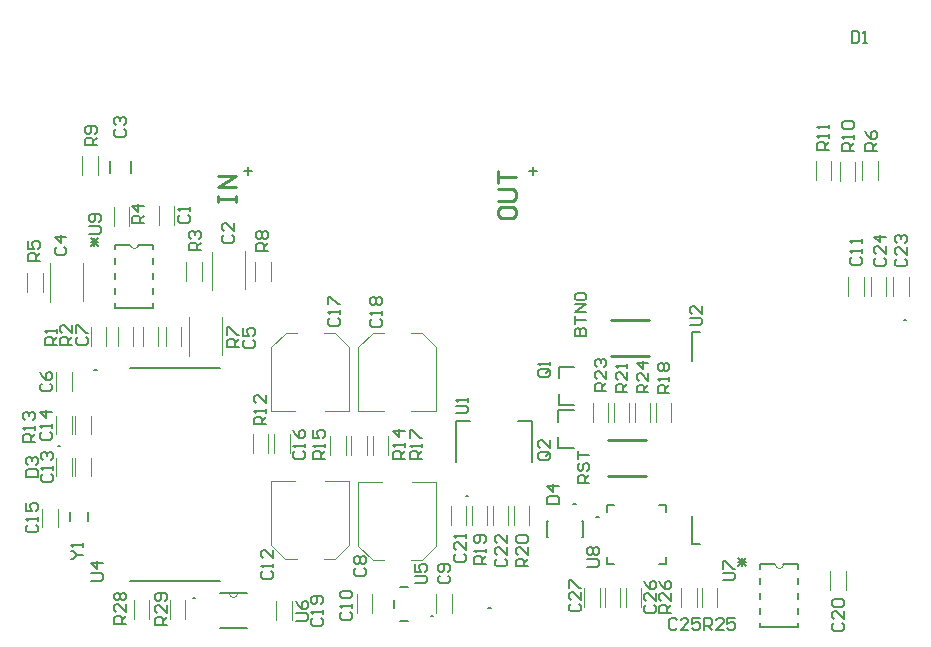
<source format=gto>
G04*
G04 #@! TF.GenerationSoftware,Altium Limited,Altium Designer,21.9.2 (33)*
G04*
G04 Layer_Color=65535*
%FSLAX25Y25*%
%MOIN*%
G70*
G04*
G04 #@! TF.SameCoordinates,E153DD42-8A7D-485B-B93F-EA924BBF0D18*
G04*
G04*
G04 #@! TF.FilePolarity,Positive*
G04*
G01*
G75*
%ADD10C,0.00394*%
%ADD11C,0.00787*%
%ADD12C,0.00472*%
%ADD13C,0.00000*%
%ADD14C,0.00394*%
%ADD15C,0.00500*%
%ADD16C,0.01000*%
%ADD17C,0.00600*%
%ADD18C,0.00984*%
%ADD19C,0.00610*%
%ADD20C,0.00606*%
D10*
X316142Y233189D02*
D03*
D11*
X184843Y36024D02*
X184055D01*
X184843D01*
X177339Y73390D02*
X176551D01*
X177339D01*
X41472Y89909D02*
X40684D01*
X41472D01*
X323425Y131890D02*
X322638D01*
X323425D01*
X220902Y66405D02*
X220114D01*
X220902D01*
X165782Y33166D02*
X164995D01*
X165782D01*
X53574Y115232D02*
X52787D01*
X53574D01*
X213250Y70468D02*
X212462D01*
X213250D01*
X86402Y39406D02*
X85614D01*
X86402D01*
D12*
X279800Y50500D02*
X280152Y49652D01*
X281000Y49300D01*
X281849Y49652D01*
X282200Y50500D01*
X64800Y157000D02*
X65152Y156151D01*
X66000Y155800D01*
X66848Y156151D01*
X67200Y157000D01*
D13*
X97800Y40900D02*
X98151Y40051D01*
X99000Y39700D01*
X99849Y40051D01*
X100200Y40900D01*
D14*
X91900Y141900D02*
Y154695D01*
X102900Y142105D02*
Y154900D01*
X293202Y178450D02*
Y184750D01*
X298398Y178450D02*
Y184750D01*
X301202Y178250D02*
Y184550D01*
X306398Y178250D02*
Y184550D01*
X308802Y178450D02*
Y184750D01*
X313998Y178450D02*
Y184750D01*
X304002Y140050D02*
Y146350D01*
X309198Y140050D02*
Y146350D01*
X39980Y79760D02*
Y86059D01*
X45177Y79760D02*
Y86059D01*
X145532Y52008D02*
X149300D01*
X140808Y56732D02*
X145532Y52008D01*
X162068D02*
X166792Y56732D01*
X158300Y52008D02*
X162068D01*
X140808Y56732D02*
Y77992D01*
X148800D01*
X158800D02*
X166792D01*
Y56732D02*
Y77992D01*
X145498Y34150D02*
Y40450D01*
X140302Y34150D02*
Y40450D01*
X303198Y42050D02*
Y48350D01*
X298002Y42050D02*
Y48350D01*
X112802Y87450D02*
Y93750D01*
X117998Y87450D02*
Y93750D01*
X137692Y56932D02*
Y78192D01*
X129700D02*
X137692D01*
X111708D02*
X119700D01*
X111708Y56932D02*
Y78192D01*
X129200Y52208D02*
X132968D01*
X137692Y56932D01*
X111708D02*
X116432Y52208D01*
X120200D01*
X158300Y101608D02*
X166792D01*
X140808D02*
Y122868D01*
Y101608D02*
X149300D01*
X166792D02*
Y122868D01*
X145532Y127592D02*
X149300D01*
X140808Y122868D02*
X145532Y127592D01*
X162068D02*
X166792Y122868D01*
X158300Y127592D02*
X162068D01*
X111808Y101608D02*
Y122868D01*
Y101608D02*
X119800D01*
X129800D02*
X137792D01*
Y122868D01*
X116532Y127592D02*
X120300D01*
X111808Y122868D02*
X116532Y127592D01*
X133068D02*
X137792Y122868D01*
X129300Y127592D02*
X133068D01*
X95426Y120205D02*
Y133000D01*
X84426Y120000D02*
Y132795D01*
X38000Y138000D02*
Y150795D01*
X49000Y138205D02*
Y151000D01*
X215980Y36260D02*
Y42559D01*
X221177Y36260D02*
Y42559D01*
X222902Y36350D02*
Y42650D01*
X228098Y36350D02*
Y42650D01*
X248402Y36350D02*
Y42650D01*
X253598Y36350D02*
Y42650D01*
X316798Y140050D02*
Y146350D01*
X311602Y140050D02*
Y146350D01*
X324198Y139850D02*
Y146150D01*
X319002Y139850D02*
Y146150D01*
X190798Y63650D02*
Y69950D01*
X185602Y63650D02*
Y69950D01*
X176798Y63650D02*
Y69950D01*
X171602Y63650D02*
Y69950D01*
X113402Y31850D02*
Y38150D01*
X118598Y31850D02*
Y38150D01*
X35480Y62760D02*
Y69059D01*
X40677Y62760D02*
Y69059D01*
X46480Y93760D02*
Y100059D01*
X51676Y93760D02*
Y100059D01*
X46480Y79760D02*
Y86059D01*
X51676Y79760D02*
Y86059D01*
X171998Y34150D02*
Y40450D01*
X166802Y34150D02*
Y40450D01*
X68928Y123350D02*
Y129650D01*
X74124Y123350D02*
Y129650D01*
X39980Y108260D02*
Y114559D01*
X45177Y108260D02*
Y114559D01*
X79398Y163650D02*
Y169950D01*
X74202Y163650D02*
Y169950D01*
X83098Y32350D02*
Y38650D01*
X77902Y32350D02*
Y38650D01*
X71098Y32350D02*
Y38650D01*
X65902Y32350D02*
Y38650D01*
X229902Y36350D02*
Y42650D01*
X235098Y36350D02*
Y42650D01*
X255202Y36250D02*
Y42550D01*
X260398Y36250D02*
Y42550D01*
X238098Y97850D02*
Y104150D01*
X232902Y97850D02*
Y104150D01*
X218902Y97850D02*
Y104150D01*
X224098Y97850D02*
Y104150D01*
X231098Y97850D02*
Y104150D01*
X225902Y97850D02*
Y104150D01*
X192602Y63650D02*
Y69950D01*
X197798Y63650D02*
Y69950D01*
X178602Y63650D02*
Y69950D01*
X183798Y63650D02*
Y69950D01*
X239902Y97850D02*
Y104150D01*
X245098Y97850D02*
Y104150D01*
X145602Y86850D02*
Y93150D01*
X150798Y86850D02*
Y93150D01*
X138402Y86850D02*
Y93150D01*
X143598Y86850D02*
Y93150D01*
X131402Y86850D02*
Y93150D01*
X136598Y86850D02*
Y93150D01*
X45177Y93760D02*
Y100059D01*
X39980Y93760D02*
Y100059D01*
X105602Y87450D02*
Y93750D01*
X110798Y87450D02*
Y93750D01*
X48702Y180299D02*
Y186598D01*
X53898Y180299D02*
Y186598D01*
X106402Y144850D02*
Y151150D01*
X111598Y144850D02*
Y151150D01*
X76528Y123350D02*
Y129650D01*
X81724Y123350D02*
Y129650D01*
X30402Y141350D02*
Y147650D01*
X35598Y141350D02*
Y147650D01*
X59202Y163350D02*
Y169650D01*
X64398Y163350D02*
Y169650D01*
X83402Y144850D02*
Y151150D01*
X88598Y144850D02*
Y151150D01*
X65724Y123350D02*
Y129650D01*
X60527Y123350D02*
Y129650D01*
X56724Y123350D02*
Y129650D01*
X51528Y123350D02*
Y129650D01*
D15*
X173205Y98390D02*
X178087D01*
X173205Y84610D02*
Y98390D01*
X198795Y84610D02*
Y98390D01*
X193913D02*
X198795D01*
X252165Y127953D02*
X254724D01*
X252165Y118307D02*
Y127953D01*
Y57087D02*
Y66732D01*
Y57087D02*
X254724D01*
X223657Y50657D02*
X226020D01*
X223657D02*
Y53020D01*
Y67980D02*
Y70342D01*
X226020D01*
X243342Y50657D02*
Y53020D01*
X240980Y50657D02*
X243342D01*
Y67980D02*
Y70342D01*
X240980D02*
X243342D01*
X154601Y43009D02*
X157199D01*
X152750Y35981D02*
Y38619D01*
X154601Y31591D02*
X157199D01*
X64618Y44780D02*
X94539D01*
X64618Y116039D02*
X94539D01*
X207441Y98059D02*
Y101839D01*
X212559D01*
X207441Y89161D02*
Y92941D01*
Y89161D02*
X212559D01*
X207583Y116276D02*
X212701D01*
X207583Y112496D02*
Y116276D01*
Y103598D02*
Y107378D01*
Y103598D02*
X212701D01*
X215584Y59444D02*
Y64956D01*
X203616Y59444D02*
Y64956D01*
X215191Y59444D02*
X215584D01*
X215191Y64956D02*
X215584D01*
X203616Y59444D02*
X204009D01*
X203616Y64956D02*
X204009D01*
X65143Y180953D02*
Y185047D01*
X58057Y180953D02*
Y185047D01*
X50531Y65031D02*
Y67787D01*
X44625Y65031D02*
Y67787D01*
D16*
X224000Y80000D02*
X236500D01*
X224000Y92000D02*
X236500D01*
X225000Y132000D02*
X237500D01*
X225000Y120000D02*
X237500D01*
D17*
X274569Y29500D02*
Y31000D01*
Y29500D02*
X287431D01*
X274569Y34000D02*
Y36000D01*
Y39000D02*
Y41000D01*
Y44000D02*
Y46000D01*
Y49000D02*
Y50500D01*
X279800D01*
X287431Y34000D02*
Y36000D01*
Y29500D02*
Y31000D01*
Y39000D02*
Y41000D01*
Y44000D02*
Y46000D01*
X282200Y50500D02*
X287431D01*
Y49000D02*
Y50500D01*
X59569Y150500D02*
Y152500D01*
Y155500D02*
Y157000D01*
X64800D01*
X67200D02*
X72431D01*
Y136000D02*
Y137500D01*
X59569Y136000D02*
X72431D01*
X59569Y145500D02*
Y147500D01*
Y140500D02*
Y142500D01*
Y136000D02*
Y137500D01*
X72431Y140500D02*
Y142500D01*
Y145500D02*
Y147500D01*
Y150500D02*
Y152500D01*
Y155500D02*
Y157000D01*
X94500Y29100D02*
X103500D01*
X100200Y40900D02*
X103500D01*
X97800D02*
X100200D01*
X94500D02*
X97800D01*
D18*
X94112Y171184D02*
Y173152D01*
Y172168D01*
X100016D01*
Y171184D01*
Y173152D01*
Y176104D02*
X94112D01*
X100016Y180040D01*
X94112D01*
X187312Y168736D02*
Y166768D01*
X188296Y165784D01*
X192232D01*
X193216Y166768D01*
Y168736D01*
X192232Y169720D01*
X188296D01*
X187312Y168736D01*
Y171688D02*
X192232D01*
X193216Y172672D01*
Y174640D01*
X192232Y175624D01*
X187312D01*
Y177591D02*
Y181527D01*
Y179559D01*
X193216D01*
D19*
X104078Y180210D02*
Y182834D01*
X102766Y181522D02*
X105390D01*
X198878Y180210D02*
Y182834D01*
X197566Y181522D02*
X200190D01*
X217790Y77610D02*
X213854D01*
Y79578D01*
X214510Y80234D01*
X215822D01*
X216478Y79578D01*
Y77610D01*
Y78922D02*
X217790Y80234D01*
X214510Y84170D02*
X213854Y83514D01*
Y82202D01*
X214510Y81546D01*
X215166D01*
X215822Y82202D01*
Y83514D01*
X216478Y84170D01*
X217134D01*
X217790Y83514D01*
Y82202D01*
X217134Y81546D01*
X213854Y85482D02*
Y88105D01*
Y86794D01*
X217790D01*
X212854Y126610D02*
X216790D01*
Y128578D01*
X216134Y129234D01*
X215478D01*
X214822Y128578D01*
Y126610D01*
Y128578D01*
X214166Y129234D01*
X213510D01*
X212854Y128578D01*
Y126610D01*
Y130546D02*
Y133170D01*
Y131858D01*
X216790D01*
Y134482D02*
X212854D01*
X216790Y137106D01*
X212854D01*
X213510Y138417D02*
X212854Y139073D01*
Y140385D01*
X213510Y141041D01*
X216134D01*
X216790Y140385D01*
Y139073D01*
X216134Y138417D01*
X213510D01*
X267400Y52680D02*
X270024Y50056D01*
X267400D02*
X270024Y52680D01*
X267400Y51368D02*
X270024D01*
X268712Y50056D02*
Y52680D01*
X51500Y159280D02*
X54124Y156656D01*
X51500D02*
X54124Y159280D01*
X51500Y157968D02*
X54124D01*
X52812Y156656D02*
Y159280D01*
X299488Y30976D02*
X298832Y30320D01*
Y29008D01*
X299488Y28352D01*
X302112D01*
X302768Y29008D01*
Y30320D01*
X302112Y30976D01*
X302768Y34912D02*
Y32288D01*
X300144Y34912D01*
X299488D01*
X298832Y34256D01*
Y32944D01*
X299488Y32288D01*
Y36224D02*
X298832Y36880D01*
Y38192D01*
X299488Y38848D01*
X302112D01*
X302768Y38192D01*
Y36880D01*
X302112Y36224D01*
X299488D01*
X203632Y70520D02*
X207568D01*
Y72488D01*
X206912Y73144D01*
X204288D01*
X203632Y72488D01*
Y70520D01*
X207568Y76424D02*
X203632D01*
X205600Y74456D01*
Y77080D01*
X251432Y130120D02*
X254712D01*
X255368Y130776D01*
Y132088D01*
X254712Y132744D01*
X251432D01*
X255368Y136680D02*
Y134056D01*
X252744Y136680D01*
X252088D01*
X251432Y136024D01*
Y134712D01*
X252088Y134056D01*
X145288Y132304D02*
X144632Y131648D01*
Y130336D01*
X145288Y129680D01*
X147912D01*
X148568Y130336D01*
Y131648D01*
X147912Y132304D01*
X148568Y133616D02*
Y134928D01*
Y134272D01*
X144632D01*
X145288Y133616D01*
Y136896D02*
X144632Y137552D01*
Y138864D01*
X145288Y139520D01*
X145944D01*
X146600Y138864D01*
X147256Y139520D01*
X147912D01*
X148568Y138864D01*
Y137552D01*
X147912Y136896D01*
X147256D01*
X146600Y137552D01*
X145944Y136896D01*
X145288D01*
X146600Y137552D02*
Y138864D01*
X131288Y132504D02*
X130632Y131848D01*
Y130536D01*
X131288Y129880D01*
X133912D01*
X134568Y130536D01*
Y131848D01*
X133912Y132504D01*
X134568Y133816D02*
Y135128D01*
Y134472D01*
X130632D01*
X131288Y133816D01*
X130632Y137096D02*
Y139720D01*
X131288D01*
X133912Y137096D01*
X134568D01*
X108888Y48104D02*
X108232Y47448D01*
Y46136D01*
X108888Y45480D01*
X111512D01*
X112168Y46136D01*
Y47448D01*
X111512Y48104D01*
X112168Y49416D02*
Y50728D01*
Y50072D01*
X108232D01*
X108888Y49416D01*
X112168Y55320D02*
Y52696D01*
X109544Y55320D01*
X108888D01*
X108232Y54664D01*
Y53352D01*
X108888Y52696D01*
X139888Y49144D02*
X139232Y48488D01*
Y47176D01*
X139888Y46520D01*
X142512D01*
X143168Y47176D01*
Y48488D01*
X142512Y49144D01*
X139888Y50456D02*
X139232Y51112D01*
Y52424D01*
X139888Y53080D01*
X140544D01*
X141200Y52424D01*
X141856Y53080D01*
X142512D01*
X143168Y52424D01*
Y51112D01*
X142512Y50456D01*
X141856D01*
X141200Y51112D01*
X140544Y50456D01*
X139888D01*
X141200Y51112D02*
Y52424D01*
X51032Y160520D02*
X54312D01*
X54968Y161176D01*
Y162488D01*
X54312Y163144D01*
X51032D01*
X54312Y164456D02*
X54968Y165112D01*
Y166424D01*
X54312Y167080D01*
X51688D01*
X51032Y166424D01*
Y165112D01*
X51688Y164456D01*
X52344D01*
X53000Y165112D01*
Y167080D01*
X76968Y30252D02*
X73032D01*
Y32220D01*
X73688Y32876D01*
X75000D01*
X75656Y32220D01*
Y30252D01*
Y31564D02*
X76968Y32876D01*
Y36812D02*
Y34188D01*
X74344Y36812D01*
X73688D01*
X73032Y36156D01*
Y34844D01*
X73688Y34188D01*
X76312Y38124D02*
X76968Y38780D01*
Y40092D01*
X76312Y40748D01*
X73688D01*
X73032Y40092D01*
Y38780D01*
X73688Y38124D01*
X74344D01*
X75000Y38780D01*
Y40748D01*
X45032Y52376D02*
X45688D01*
X47000Y53688D01*
X45688Y55000D01*
X45032D01*
X47000Y53688D02*
X48968D01*
Y56312D02*
Y57624D01*
Y56968D01*
X45032D01*
X45688Y56312D01*
X217032Y49720D02*
X220312D01*
X220968Y50376D01*
Y51688D01*
X220312Y52344D01*
X217032D01*
X217688Y53656D02*
X217032Y54312D01*
Y55624D01*
X217688Y56280D01*
X218344D01*
X219000Y55624D01*
X219656Y56280D01*
X220312D01*
X220968Y55624D01*
Y54312D01*
X220312Y53656D01*
X219656D01*
X219000Y54312D01*
X218344Y53656D01*
X217688D01*
X219000Y54312D02*
Y55624D01*
X262232Y45120D02*
X265512D01*
X266168Y45776D01*
Y47088D01*
X265512Y47744D01*
X262232D01*
Y49056D02*
Y51680D01*
X262888D01*
X265512Y49056D01*
X266168D01*
X120032Y31720D02*
X123312D01*
X123968Y32376D01*
Y33688D01*
X123312Y34344D01*
X120032D01*
Y38280D02*
X120688Y36968D01*
X122000Y35656D01*
X123312D01*
X123968Y36312D01*
Y37624D01*
X123312Y38280D01*
X122656D01*
X122000Y37624D01*
Y35656D01*
X159632Y44120D02*
X162912D01*
X163568Y44776D01*
Y46088D01*
X162912Y46744D01*
X159632D01*
Y50680D02*
Y48056D01*
X161600D01*
X160944Y49368D01*
Y50024D01*
X161600Y50680D01*
X162912D01*
X163568Y50024D01*
Y48712D01*
X162912Y48056D01*
X51832Y44920D02*
X55112D01*
X55768Y45576D01*
Y46888D01*
X55112Y47544D01*
X51832D01*
X55768Y50824D02*
X51832D01*
X53800Y48856D01*
Y51480D01*
X173232Y100776D02*
X176512D01*
X177168Y101432D01*
Y102744D01*
X176512Y103400D01*
X173232D01*
X177168Y104712D02*
Y106024D01*
Y105368D01*
X173232D01*
X173888Y104712D01*
X63168Y30552D02*
X59232D01*
Y32520D01*
X59888Y33176D01*
X61200D01*
X61856Y32520D01*
Y30552D01*
Y31864D02*
X63168Y33176D01*
Y37112D02*
Y34488D01*
X60544Y37112D01*
X59888D01*
X59232Y36456D01*
Y35144D01*
X59888Y34488D01*
Y38424D02*
X59232Y39080D01*
Y40392D01*
X59888Y41048D01*
X60544D01*
X61200Y40392D01*
X61856Y41048D01*
X62512D01*
X63168Y40392D01*
Y39080D01*
X62512Y38424D01*
X61856D01*
X61200Y39080D01*
X60544Y38424D01*
X59888D01*
X61200Y39080D02*
Y40392D01*
X244968Y34252D02*
X241032D01*
Y36220D01*
X241688Y36876D01*
X243000D01*
X243656Y36220D01*
Y34252D01*
Y35564D02*
X244968Y36876D01*
Y40812D02*
Y38188D01*
X242344Y40812D01*
X241688D01*
X241032Y40156D01*
Y38844D01*
X241688Y38188D01*
X241032Y44748D02*
X241688Y43436D01*
X243000Y42124D01*
X244312D01*
X244968Y42780D01*
Y44092D01*
X244312Y44748D01*
X243656D01*
X243000Y44092D01*
Y42124D01*
X255952Y28632D02*
Y32568D01*
X257920D01*
X258576Y31912D01*
Y30600D01*
X257920Y29944D01*
X255952D01*
X257264D02*
X258576Y28632D01*
X262512D02*
X259888D01*
X262512Y31256D01*
Y31912D01*
X261856Y32568D01*
X260544D01*
X259888Y31912D01*
X266448Y32568D02*
X263824D01*
Y30600D01*
X265136Y31256D01*
X265792D01*
X266448Y30600D01*
Y29288D01*
X265792Y28632D01*
X264480D01*
X263824Y29288D01*
X237468Y107752D02*
X233532D01*
Y109720D01*
X234188Y110376D01*
X235500D01*
X236156Y109720D01*
Y107752D01*
Y109064D02*
X237468Y110376D01*
Y114312D02*
Y111688D01*
X234844Y114312D01*
X234188D01*
X233532Y113656D01*
Y112344D01*
X234188Y111688D01*
X237468Y117592D02*
X233532D01*
X235500Y115624D01*
Y118248D01*
X223468Y108252D02*
X219532D01*
Y110220D01*
X220188Y110876D01*
X221500D01*
X222156Y110220D01*
Y108252D01*
Y109564D02*
X223468Y110876D01*
Y114812D02*
Y112188D01*
X220844Y114812D01*
X220188D01*
X219532Y114156D01*
Y112844D01*
X220188Y112188D01*
Y116124D02*
X219532Y116780D01*
Y118092D01*
X220188Y118748D01*
X220844D01*
X221500Y118092D01*
Y117436D01*
Y118092D01*
X222156Y118748D01*
X222812D01*
X223468Y118092D01*
Y116780D01*
X222812Y116124D01*
X230468Y107908D02*
X226532D01*
Y109876D01*
X227188Y110532D01*
X228500D01*
X229156Y109876D01*
Y107908D01*
Y109220D02*
X230468Y110532D01*
Y114468D02*
Y111844D01*
X227844Y114468D01*
X227188D01*
X226532Y113812D01*
Y112500D01*
X227188Y111844D01*
X230468Y115780D02*
Y117092D01*
Y116436D01*
X226532D01*
X227188Y115780D01*
X197368Y49752D02*
X193432D01*
Y51720D01*
X194088Y52376D01*
X195400D01*
X196056Y51720D01*
Y49752D01*
Y51064D02*
X197368Y52376D01*
Y56312D02*
Y53688D01*
X194744Y56312D01*
X194088D01*
X193432Y55656D01*
Y54344D01*
X194088Y53688D01*
Y57624D02*
X193432Y58280D01*
Y59592D01*
X194088Y60248D01*
X196712D01*
X197368Y59592D01*
Y58280D01*
X196712Y57624D01*
X194088D01*
X183168Y50480D02*
X179232D01*
Y52448D01*
X179888Y53104D01*
X181200D01*
X181856Y52448D01*
Y50480D01*
Y51792D02*
X183168Y53104D01*
Y54416D02*
Y55728D01*
Y55072D01*
X179232D01*
X179888Y54416D01*
X182512Y57696D02*
X183168Y58352D01*
Y59664D01*
X182512Y60320D01*
X179888D01*
X179232Y59664D01*
Y58352D01*
X179888Y57696D01*
X180544D01*
X181200Y58352D01*
Y60320D01*
X244468Y107580D02*
X240532D01*
Y109548D01*
X241188Y110204D01*
X242500D01*
X243156Y109548D01*
Y107580D01*
Y108892D02*
X244468Y110204D01*
Y111516D02*
Y112828D01*
Y112172D01*
X240532D01*
X241188Y111516D01*
Y114796D02*
X240532Y115452D01*
Y116764D01*
X241188Y117420D01*
X241844D01*
X242500Y116764D01*
X243156Y117420D01*
X243812D01*
X244468Y116764D01*
Y115452D01*
X243812Y114796D01*
X243156D01*
X242500Y115452D01*
X241844Y114796D01*
X241188D01*
X242500Y115452D02*
Y116764D01*
X161968Y85480D02*
X158032D01*
Y87448D01*
X158688Y88104D01*
X160000D01*
X160656Y87448D01*
Y85480D01*
Y86792D02*
X161968Y88104D01*
Y89416D02*
Y90728D01*
Y90072D01*
X158032D01*
X158688Y89416D01*
X158032Y92696D02*
Y95320D01*
X158688D01*
X161312Y92696D01*
X161968D01*
X129768Y85480D02*
X125832D01*
Y87448D01*
X126488Y88104D01*
X127800D01*
X128456Y87448D01*
Y85480D01*
Y86792D02*
X129768Y88104D01*
Y89416D02*
Y90728D01*
Y90072D01*
X125832D01*
X126488Y89416D01*
X125832Y95320D02*
Y92696D01*
X127800D01*
X127144Y94008D01*
Y94664D01*
X127800Y95320D01*
X129112D01*
X129768Y94664D01*
Y93352D01*
X129112Y92696D01*
X156168Y85680D02*
X152232D01*
Y87648D01*
X152888Y88304D01*
X154200D01*
X154856Y87648D01*
Y85680D01*
Y86992D02*
X156168Y88304D01*
Y89616D02*
Y90928D01*
Y90272D01*
X152232D01*
X152888Y89616D01*
X156168Y94864D02*
X152232D01*
X154200Y92896D01*
Y95520D01*
X32968Y91280D02*
X29032D01*
Y93248D01*
X29688Y93904D01*
X31000D01*
X31656Y93248D01*
Y91280D01*
Y92592D02*
X32968Y93904D01*
Y95216D02*
Y96528D01*
Y95872D01*
X29032D01*
X29688Y95216D01*
Y98496D02*
X29032Y99152D01*
Y100464D01*
X29688Y101120D01*
X30344D01*
X31000Y100464D01*
Y99808D01*
Y100464D01*
X31656Y101120D01*
X32312D01*
X32968Y100464D01*
Y99152D01*
X32312Y98496D01*
X109968Y97080D02*
X106032D01*
Y99048D01*
X106688Y99704D01*
X108000D01*
X108656Y99048D01*
Y97080D01*
Y98392D02*
X109968Y99704D01*
Y101016D02*
Y102328D01*
Y101672D01*
X106032D01*
X106688Y101016D01*
X109968Y106920D02*
Y104296D01*
X107344Y106920D01*
X106688D01*
X106032Y106264D01*
Y104952D01*
X106688Y104296D01*
X53568Y190120D02*
X49632D01*
Y192088D01*
X50288Y192744D01*
X51600D01*
X52256Y192088D01*
Y190120D01*
Y191432D02*
X53568Y192744D01*
X52912Y194056D02*
X53568Y194712D01*
Y196024D01*
X52912Y196680D01*
X50288D01*
X49632Y196024D01*
Y194712D01*
X50288Y194056D01*
X50944D01*
X51600Y194712D01*
Y196680D01*
X110768Y154920D02*
X106832D01*
Y156888D01*
X107488Y157544D01*
X108800D01*
X109456Y156888D01*
Y154920D01*
Y156232D02*
X110768Y157544D01*
X107488Y158856D02*
X106832Y159512D01*
Y160824D01*
X107488Y161480D01*
X108144D01*
X108800Y160824D01*
X109456Y161480D01*
X110112D01*
X110768Y160824D01*
Y159512D01*
X110112Y158856D01*
X109456D01*
X108800Y159512D01*
X108144Y158856D01*
X107488D01*
X108800Y159512D02*
Y160824D01*
X100994Y122920D02*
X97058D01*
Y124888D01*
X97714Y125544D01*
X99026D01*
X99682Y124888D01*
Y122920D01*
Y124232D02*
X100994Y125544D01*
X97058Y126856D02*
Y129480D01*
X97714D01*
X100338Y126856D01*
X100994D01*
X34768Y151720D02*
X30832D01*
Y153688D01*
X31488Y154344D01*
X32800D01*
X33456Y153688D01*
Y151720D01*
Y153032D02*
X34768Y154344D01*
X30832Y158280D02*
Y155656D01*
X32800D01*
X32144Y156968D01*
Y157624D01*
X32800Y158280D01*
X34112D01*
X34768Y157624D01*
Y156312D01*
X34112Y155656D01*
X69368Y164120D02*
X65432D01*
Y166088D01*
X66088Y166744D01*
X67400D01*
X68056Y166088D01*
Y164120D01*
Y165432D02*
X69368Y166744D01*
Y170024D02*
X65432D01*
X67400Y168056D01*
Y170680D01*
X88168Y155120D02*
X84232D01*
Y157088D01*
X84888Y157744D01*
X86200D01*
X86856Y157088D01*
Y155120D01*
Y156432D02*
X88168Y157744D01*
X84888Y159056D02*
X84232Y159712D01*
Y161024D01*
X84888Y161680D01*
X85544D01*
X86200Y161024D01*
Y160368D01*
Y161024D01*
X86856Y161680D01*
X87512D01*
X88168Y161024D01*
Y159712D01*
X87512Y159056D01*
X45368Y123520D02*
X41432D01*
Y125488D01*
X42088Y126144D01*
X43400D01*
X44056Y125488D01*
Y123520D01*
Y124832D02*
X45368Y126144D01*
Y130080D02*
Y127456D01*
X42744Y130080D01*
X42088D01*
X41432Y129424D01*
Y128112D01*
X42088Y127456D01*
X40168Y123576D02*
X36232D01*
Y125544D01*
X36888Y126200D01*
X38200D01*
X38856Y125544D01*
Y123576D01*
Y124888D02*
X40168Y126200D01*
Y127512D02*
Y128824D01*
Y128168D01*
X36232D01*
X36888Y127512D01*
X204112Y87944D02*
X201488D01*
X200832Y87288D01*
Y85976D01*
X201488Y85320D01*
X204112D01*
X204768Y85976D01*
Y87288D01*
X203456Y86632D02*
X204768Y87944D01*
Y87288D02*
X204112Y87944D01*
X204768Y91880D02*
Y89256D01*
X202144Y91880D01*
X201488D01*
X200832Y91224D01*
Y89912D01*
X201488Y89256D01*
X203954Y115437D02*
X201330D01*
X200674Y114781D01*
Y113469D01*
X201330Y112813D01*
X203954D01*
X204610Y113469D01*
Y114781D01*
X203298Y114125D02*
X204610Y115437D01*
Y114781D02*
X203954Y115437D01*
X204610Y116749D02*
Y118061D01*
Y117405D01*
X200674D01*
X201330Y116749D01*
X30110Y79630D02*
X34046D01*
Y81598D01*
X33390Y82253D01*
X30766D01*
X30110Y81598D01*
Y79630D01*
X30766Y83565D02*
X30110Y84221D01*
Y85533D01*
X30766Y86189D01*
X31422D01*
X32078Y85533D01*
Y84877D01*
Y85533D01*
X32734Y86189D01*
X33390D01*
X34046Y85533D01*
Y84221D01*
X33390Y83565D01*
X211688Y37376D02*
X211032Y36720D01*
Y35408D01*
X211688Y34752D01*
X214312D01*
X214968Y35408D01*
Y36720D01*
X214312Y37376D01*
X214968Y41312D02*
Y38688D01*
X212344Y41312D01*
X211688D01*
X211032Y40656D01*
Y39344D01*
X211688Y38688D01*
X211032Y42624D02*
Y45248D01*
X211688D01*
X214312Y42624D01*
X214968D01*
X236688Y36876D02*
X236032Y36220D01*
Y34908D01*
X236688Y34252D01*
X239312D01*
X239968Y34908D01*
Y36220D01*
X239312Y36876D01*
X239968Y40812D02*
Y38188D01*
X237344Y40812D01*
X236688D01*
X236032Y40156D01*
Y38844D01*
X236688Y38188D01*
X236032Y44748D02*
X236688Y43436D01*
X238000Y42124D01*
X239312D01*
X239968Y42780D01*
Y44092D01*
X239312Y44748D01*
X238656D01*
X238000Y44092D01*
Y42124D01*
X246876Y31812D02*
X246220Y32468D01*
X244908D01*
X244252Y31812D01*
Y29188D01*
X244908Y28532D01*
X246220D01*
X246876Y29188D01*
X250812Y28532D02*
X248188D01*
X250812Y31156D01*
Y31812D01*
X250156Y32468D01*
X248844D01*
X248188Y31812D01*
X254748Y32468D02*
X252124D01*
Y30500D01*
X253436Y31156D01*
X254092D01*
X254748Y30500D01*
Y29188D01*
X254092Y28532D01*
X252780D01*
X252124Y29188D01*
X313288Y152525D02*
X312632Y151869D01*
Y150557D01*
X313288Y149901D01*
X315912D01*
X316568Y150557D01*
Y151869D01*
X315912Y152525D01*
X316568Y156461D02*
Y153837D01*
X313944Y156461D01*
X313288D01*
X312632Y155805D01*
Y154493D01*
X313288Y153837D01*
X316568Y159740D02*
X312632D01*
X314600Y157773D01*
Y160397D01*
X320288Y152376D02*
X319632Y151720D01*
Y150408D01*
X320288Y149752D01*
X322912D01*
X323568Y150408D01*
Y151720D01*
X322912Y152376D01*
X323568Y156312D02*
Y153688D01*
X320944Y156312D01*
X320288D01*
X319632Y155656D01*
Y154344D01*
X320288Y153688D01*
Y157624D02*
X319632Y158280D01*
Y159592D01*
X320288Y160248D01*
X320944D01*
X321600Y159592D01*
Y158936D01*
Y159592D01*
X322256Y160248D01*
X322912D01*
X323568Y159592D01*
Y158280D01*
X322912Y157624D01*
X187088Y52376D02*
X186432Y51720D01*
Y50408D01*
X187088Y49752D01*
X189712D01*
X190368Y50408D01*
Y51720D01*
X189712Y52376D01*
X190368Y56312D02*
Y53688D01*
X187744Y56312D01*
X187088D01*
X186432Y55656D01*
Y54344D01*
X187088Y53688D01*
X190368Y60248D02*
Y57624D01*
X187744Y60248D01*
X187088D01*
X186432Y59592D01*
Y58280D01*
X187088Y57624D01*
X173288Y54032D02*
X172632Y53376D01*
Y52064D01*
X173288Y51408D01*
X175912D01*
X176568Y52064D01*
Y53376D01*
X175912Y54032D01*
X176568Y57968D02*
Y55344D01*
X173944Y57968D01*
X173288D01*
X172632Y57312D01*
Y56000D01*
X173288Y55344D01*
X176568Y59280D02*
Y60592D01*
Y59936D01*
X172632D01*
X173288Y59280D01*
X125688Y32653D02*
X125032Y31997D01*
Y30685D01*
X125688Y30029D01*
X128312D01*
X128968Y30685D01*
Y31997D01*
X128312Y32653D01*
X128968Y33965D02*
Y35277D01*
Y34621D01*
X125032D01*
X125688Y33965D01*
X128312Y37245D02*
X128968Y37901D01*
Y39213D01*
X128312Y39869D01*
X125688D01*
X125032Y39213D01*
Y37901D01*
X125688Y37245D01*
X126344D01*
X127000Y37901D01*
Y39869D01*
X119688Y88104D02*
X119032Y87448D01*
Y86136D01*
X119688Y85480D01*
X122312D01*
X122968Y86136D01*
Y87448D01*
X122312Y88104D01*
X122968Y89416D02*
Y90728D01*
Y90072D01*
X119032D01*
X119688Y89416D01*
X119032Y95320D02*
X119688Y94008D01*
X121000Y92696D01*
X122312D01*
X122968Y93352D01*
Y94664D01*
X122312Y95320D01*
X121656D01*
X121000Y94664D01*
Y92696D01*
X30688Y63704D02*
X30032Y63048D01*
Y61736D01*
X30688Y61080D01*
X33312D01*
X33968Y61736D01*
Y63048D01*
X33312Y63704D01*
X33968Y65016D02*
Y66328D01*
Y65672D01*
X30032D01*
X30688Y65016D01*
X30032Y70920D02*
Y68296D01*
X32000D01*
X31344Y69608D01*
Y70264D01*
X32000Y70920D01*
X33312D01*
X33968Y70264D01*
Y68952D01*
X33312Y68296D01*
X35266Y94614D02*
X34610Y93958D01*
Y92646D01*
X35266Y91990D01*
X37890D01*
X38546Y92646D01*
Y93958D01*
X37890Y94614D01*
X38546Y95925D02*
Y97237D01*
Y96582D01*
X34610D01*
X35266Y95925D01*
X38546Y101173D02*
X34610D01*
X36578Y99205D01*
Y101829D01*
X35766Y80614D02*
X35110Y79958D01*
Y78646D01*
X35766Y77990D01*
X38390D01*
X39046Y78646D01*
Y79958D01*
X38390Y80614D01*
X39046Y81925D02*
Y83237D01*
Y82582D01*
X35110D01*
X35766Y81925D01*
Y85205D02*
X35110Y85861D01*
Y87173D01*
X35766Y87829D01*
X36422D01*
X37078Y87173D01*
Y86517D01*
Y87173D01*
X37734Y87829D01*
X38390D01*
X39046Y87173D01*
Y85861D01*
X38390Y85205D01*
X135288Y34504D02*
X134632Y33848D01*
Y32536D01*
X135288Y31880D01*
X137912D01*
X138568Y32536D01*
Y33848D01*
X137912Y34504D01*
X138568Y35816D02*
Y37128D01*
Y36472D01*
X134632D01*
X135288Y35816D01*
Y39096D02*
X134632Y39752D01*
Y41064D01*
X135288Y41720D01*
X137912D01*
X138568Y41064D01*
Y39752D01*
X137912Y39096D01*
X135288D01*
X168088Y46744D02*
X167432Y46088D01*
Y44776D01*
X168088Y44120D01*
X170712D01*
X171368Y44776D01*
Y46088D01*
X170712Y46744D01*
Y48056D02*
X171368Y48712D01*
Y50024D01*
X170712Y50680D01*
X168088D01*
X167432Y50024D01*
Y48712D01*
X168088Y48056D01*
X168744D01*
X169400Y48712D01*
Y50680D01*
X47288Y126144D02*
X46632Y125488D01*
Y124176D01*
X47288Y123520D01*
X49912D01*
X50568Y124176D01*
Y125488D01*
X49912Y126144D01*
X46632Y127456D02*
Y130080D01*
X47288D01*
X49912Y127456D01*
X50568D01*
X35288Y110744D02*
X34632Y110088D01*
Y108776D01*
X35288Y108120D01*
X37912D01*
X38568Y108776D01*
Y110088D01*
X37912Y110744D01*
X34632Y114680D02*
X35288Y113368D01*
X36600Y112056D01*
X37912D01*
X38568Y112712D01*
Y114024D01*
X37912Y114680D01*
X37256D01*
X36600Y114024D01*
Y112056D01*
X103114Y125144D02*
X102458Y124488D01*
Y123176D01*
X103114Y122520D01*
X105738D01*
X106394Y123176D01*
Y124488D01*
X105738Y125144D01*
X102458Y129080D02*
Y126456D01*
X104426D01*
X103770Y127768D01*
Y128424D01*
X104426Y129080D01*
X105738D01*
X106394Y128424D01*
Y127112D01*
X105738Y126456D01*
X40188Y156344D02*
X39532Y155688D01*
Y154376D01*
X40188Y153720D01*
X42812D01*
X43468Y154376D01*
Y155688D01*
X42812Y156344D01*
X43468Y159624D02*
X39532D01*
X41500Y157656D01*
Y160280D01*
X60088Y195544D02*
X59432Y194888D01*
Y193576D01*
X60088Y192920D01*
X62712D01*
X63368Y193576D01*
Y194888D01*
X62712Y195544D01*
X60088Y196856D02*
X59432Y197512D01*
Y198824D01*
X60088Y199480D01*
X60744D01*
X61400Y198824D01*
Y198168D01*
Y198824D01*
X62056Y199480D01*
X62712D01*
X63368Y198824D01*
Y197512D01*
X62712Y196856D01*
X96088Y160144D02*
X95432Y159488D01*
Y158176D01*
X96088Y157520D01*
X98712D01*
X99368Y158176D01*
Y159488D01*
X98712Y160144D01*
X99368Y164080D02*
Y161456D01*
X96744Y164080D01*
X96088D01*
X95432Y163424D01*
Y162112D01*
X96088Y161456D01*
X81488Y167000D02*
X80832Y166344D01*
Y165032D01*
X81488Y164376D01*
X84112D01*
X84768Y165032D01*
Y166344D01*
X84112Y167000D01*
X84768Y168312D02*
Y169624D01*
Y168968D01*
X80832D01*
X81488Y168312D01*
D20*
X297768Y188536D02*
X293832D01*
Y190504D01*
X294488Y191160D01*
X295800D01*
X296456Y190504D01*
Y188536D01*
Y189848D02*
X297768Y191160D01*
Y192472D02*
Y193784D01*
Y193128D01*
X293832D01*
X294488Y192472D01*
X297768Y195752D02*
Y197064D01*
Y196408D01*
X293832D01*
X294488Y195752D01*
X305968Y188280D02*
X302032D01*
Y190248D01*
X302688Y190904D01*
X304000D01*
X304656Y190248D01*
Y188280D01*
Y189592D02*
X305968Y190904D01*
Y192216D02*
Y193528D01*
Y192872D01*
X302032D01*
X302688Y192216D01*
Y195496D02*
X302032Y196152D01*
Y197464D01*
X302688Y198120D01*
X305312D01*
X305968Y197464D01*
Y196152D01*
X305312Y195496D01*
X302688D01*
X313568Y188320D02*
X309632D01*
Y190288D01*
X310288Y190944D01*
X311600D01*
X312256Y190288D01*
Y188320D01*
Y189632D02*
X313568Y190944D01*
X309632Y194880D02*
X310288Y193568D01*
X311600Y192256D01*
X312912D01*
X313568Y192912D01*
Y194224D01*
X312912Y194880D01*
X312256D01*
X311600Y194224D01*
Y192256D01*
X305183Y228097D02*
Y224161D01*
X307151D01*
X307807Y224817D01*
Y227441D01*
X307151Y228097D01*
X305183D01*
X309119Y224161D02*
X310431D01*
X309775D01*
Y228097D01*
X309119Y227441D01*
X305488Y152960D02*
X304832Y152304D01*
Y150992D01*
X305488Y150336D01*
X308112D01*
X308768Y150992D01*
Y152304D01*
X308112Y152960D01*
X308768Y154272D02*
Y155584D01*
Y154928D01*
X304832D01*
X305488Y154272D01*
X308768Y157552D02*
Y158864D01*
Y158208D01*
X304832D01*
X305488Y157552D01*
M02*

</source>
